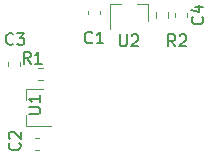
<source format=gbr>
%TF.GenerationSoftware,KiCad,Pcbnew,(6.0.6)*%
%TF.CreationDate,2022-06-25T15:25:50+03:00*%
%TF.ProjectId,EnkooderL,456e6b6f-6f64-4657-924c-2e6b69636164,rev?*%
%TF.SameCoordinates,Original*%
%TF.FileFunction,Legend,Top*%
%TF.FilePolarity,Positive*%
%FSLAX46Y46*%
G04 Gerber Fmt 4.6, Leading zero omitted, Abs format (unit mm)*
G04 Created by KiCad (PCBNEW (6.0.6)) date 2022-06-25 15:25:50*
%MOMM*%
%LPD*%
G01*
G04 APERTURE LIST*
%ADD10C,0.150000*%
%ADD11C,0.120000*%
G04 APERTURE END LIST*
D10*
X146883333Y-84507142D02*
X146835714Y-84554761D01*
X146692857Y-84602380D01*
X146597619Y-84602380D01*
X146454761Y-84554761D01*
X146359523Y-84459523D01*
X146311904Y-84364285D01*
X146264285Y-84173809D01*
X146264285Y-84030952D01*
X146311904Y-83840476D01*
X146359523Y-83745238D01*
X146454761Y-83650000D01*
X146597619Y-83602380D01*
X146692857Y-83602380D01*
X146835714Y-83650000D01*
X146883333Y-83697619D01*
X147835714Y-84602380D02*
X147264285Y-84602380D01*
X147550000Y-84602380D02*
X147550000Y-83602380D01*
X147454761Y-83745238D01*
X147359523Y-83840476D01*
X147264285Y-83888095D01*
X153903333Y-84842380D02*
X153570000Y-84366190D01*
X153331904Y-84842380D02*
X153331904Y-83842380D01*
X153712857Y-83842380D01*
X153808095Y-83890000D01*
X153855714Y-83937619D01*
X153903333Y-84032857D01*
X153903333Y-84175714D01*
X153855714Y-84270952D01*
X153808095Y-84318571D01*
X153712857Y-84366190D01*
X153331904Y-84366190D01*
X154284285Y-83937619D02*
X154331904Y-83890000D01*
X154427142Y-83842380D01*
X154665238Y-83842380D01*
X154760476Y-83890000D01*
X154808095Y-83937619D01*
X154855714Y-84032857D01*
X154855714Y-84128095D01*
X154808095Y-84270952D01*
X154236666Y-84842380D01*
X154855714Y-84842380D01*
X141502380Y-90561904D02*
X142311904Y-90561904D01*
X142407142Y-90514285D01*
X142454761Y-90466666D01*
X142502380Y-90371428D01*
X142502380Y-90180952D01*
X142454761Y-90085714D01*
X142407142Y-90038095D01*
X142311904Y-89990476D01*
X141502380Y-89990476D01*
X142502380Y-88990476D02*
X142502380Y-89561904D01*
X142502380Y-89276190D02*
X141502380Y-89276190D01*
X141645238Y-89371428D01*
X141740476Y-89466666D01*
X141788095Y-89561904D01*
X141663333Y-86302380D02*
X141330000Y-85826190D01*
X141091904Y-86302380D02*
X141091904Y-85302380D01*
X141472857Y-85302380D01*
X141568095Y-85350000D01*
X141615714Y-85397619D01*
X141663333Y-85492857D01*
X141663333Y-85635714D01*
X141615714Y-85730952D01*
X141568095Y-85778571D01*
X141472857Y-85826190D01*
X141091904Y-85826190D01*
X142615714Y-86302380D02*
X142044285Y-86302380D01*
X142330000Y-86302380D02*
X142330000Y-85302380D01*
X142234761Y-85445238D01*
X142139523Y-85540476D01*
X142044285Y-85588095D01*
X140727142Y-93036666D02*
X140774761Y-93084285D01*
X140822380Y-93227142D01*
X140822380Y-93322380D01*
X140774761Y-93465238D01*
X140679523Y-93560476D01*
X140584285Y-93608095D01*
X140393809Y-93655714D01*
X140250952Y-93655714D01*
X140060476Y-93608095D01*
X139965238Y-93560476D01*
X139870000Y-93465238D01*
X139822380Y-93322380D01*
X139822380Y-93227142D01*
X139870000Y-93084285D01*
X139917619Y-93036666D01*
X139917619Y-92655714D02*
X139870000Y-92608095D01*
X139822380Y-92512857D01*
X139822380Y-92274761D01*
X139870000Y-92179523D01*
X139917619Y-92131904D01*
X140012857Y-92084285D01*
X140108095Y-92084285D01*
X140250952Y-92131904D01*
X140822380Y-92703333D01*
X140822380Y-92084285D01*
X149228095Y-83842380D02*
X149228095Y-84651904D01*
X149275714Y-84747142D01*
X149323333Y-84794761D01*
X149418571Y-84842380D01*
X149609047Y-84842380D01*
X149704285Y-84794761D01*
X149751904Y-84747142D01*
X149799523Y-84651904D01*
X149799523Y-83842380D01*
X150228095Y-83937619D02*
X150275714Y-83890000D01*
X150370952Y-83842380D01*
X150609047Y-83842380D01*
X150704285Y-83890000D01*
X150751904Y-83937619D01*
X150799523Y-84032857D01*
X150799523Y-84128095D01*
X150751904Y-84270952D01*
X150180476Y-84842380D01*
X150799523Y-84842380D01*
X140193333Y-84627142D02*
X140145714Y-84674761D01*
X140002857Y-84722380D01*
X139907619Y-84722380D01*
X139764761Y-84674761D01*
X139669523Y-84579523D01*
X139621904Y-84484285D01*
X139574285Y-84293809D01*
X139574285Y-84150952D01*
X139621904Y-83960476D01*
X139669523Y-83865238D01*
X139764761Y-83770000D01*
X139907619Y-83722380D01*
X140002857Y-83722380D01*
X140145714Y-83770000D01*
X140193333Y-83817619D01*
X140526666Y-83722380D02*
X141145714Y-83722380D01*
X140812380Y-84103333D01*
X140955238Y-84103333D01*
X141050476Y-84150952D01*
X141098095Y-84198571D01*
X141145714Y-84293809D01*
X141145714Y-84531904D01*
X141098095Y-84627142D01*
X141050476Y-84674761D01*
X140955238Y-84722380D01*
X140669523Y-84722380D01*
X140574285Y-84674761D01*
X140526666Y-84627142D01*
X156197142Y-82346666D02*
X156244761Y-82394285D01*
X156292380Y-82537142D01*
X156292380Y-82632380D01*
X156244761Y-82775238D01*
X156149523Y-82870476D01*
X156054285Y-82918095D01*
X155863809Y-82965714D01*
X155720952Y-82965714D01*
X155530476Y-82918095D01*
X155435238Y-82870476D01*
X155340000Y-82775238D01*
X155292380Y-82632380D01*
X155292380Y-82537142D01*
X155340000Y-82394285D01*
X155387619Y-82346666D01*
X155625714Y-81489523D02*
X156292380Y-81489523D01*
X155244761Y-81727619D02*
X155959047Y-81965714D01*
X155959047Y-81346666D01*
D11*
X147550000Y-82130580D02*
X147550000Y-81849420D01*
X146530000Y-82130580D02*
X146530000Y-81849420D01*
X153332500Y-82417258D02*
X153332500Y-81942742D01*
X152287500Y-82417258D02*
X152287500Y-81942742D01*
X141240000Y-88420000D02*
X142700000Y-88420000D01*
X141240000Y-91580000D02*
X141240000Y-90650000D01*
X141240000Y-88420000D02*
X141240000Y-89350000D01*
X141240000Y-91580000D02*
X143400000Y-91580000D01*
X142727258Y-87702500D02*
X142252742Y-87702500D01*
X142727258Y-86657500D02*
X142252742Y-86657500D01*
X142350580Y-92590000D02*
X142069420Y-92590000D01*
X142350580Y-93610000D02*
X142069420Y-93610000D01*
X151580000Y-81240000D02*
X151580000Y-82700000D01*
X148420000Y-81240000D02*
X148420000Y-83400000D01*
X148420000Y-81240000D02*
X149350000Y-81240000D01*
X151580000Y-81240000D02*
X150650000Y-81240000D01*
X139750000Y-86199420D02*
X139750000Y-86480580D01*
X140770000Y-86199420D02*
X140770000Y-86480580D01*
X153900000Y-82039420D02*
X153900000Y-82320580D01*
X154920000Y-82039420D02*
X154920000Y-82320580D01*
M02*

</source>
